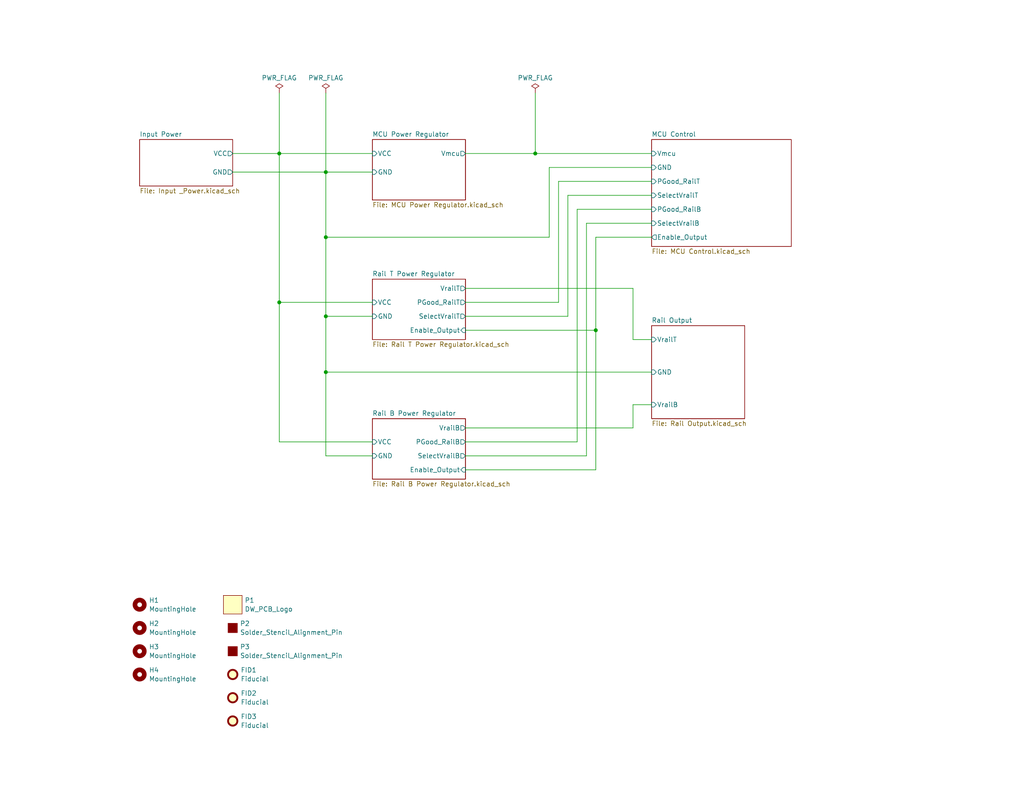
<source format=kicad_sch>
(kicad_sch (version 20230121) (generator eeschema)
  (paper "USLetter")
  (title_block (title "1016 Breadboard Power Supply") (date "2023-10-01") (rev "1") (company "Dan Wilson") (comment 1 "Copyright © 2023, Dan Wilson"))
  (lib_symbols
    (symbol "DW_Library:DW_PCB_Logo"
      (property "Reference" "P" (at 0 3.81 0))
      (property "Value" "DW_PCB_Logo" (at 0 -3.81 0))
      (symbol "DW_PCB_Logo_0_1"
        (rectangle (start -2.54 2.54) (end 2.54 -2.54) (stroke (width 0.1524)) (fill (type background)))
      )
    )
    (symbol "DW_Library:Solder_Stencil_Alignment_Pin"
      (property "Reference" "P" (at 0 3.81 0))
      (property "Value" "Solder_Stencil_Alignment_Pin" (at 0 -3.81 0))
      (symbol "Solder_Stencil_Alignment_Pin_0_1"
        (rectangle (start -1.27 1.27) (end 1.27 -1.27) (stroke (width 0.1524)) (fill (type outline)))
      )
    )
    (symbol "Mechanical:Fiducial"
      (property "Reference" "FID" (at 0 5.08 0))
      (property "Value" "Fiducial" (at 0 3.175 0))
      (symbol "Fiducial_0_1"
        (circle (center 0 0) (radius 1.27) (stroke (width 0.508)) (fill (type background)))
      )
    )
    (symbol "Mechanical:MountingHole" (pin_names (offset 1.016))
      (property "Reference" "H" (at 0 5.08 0))
      (property "Value" "MountingHole" (at 0 3.175 0))
      (symbol "MountingHole_0_1"
        (circle (center 0 0) (radius 1.27) (stroke (width 1.27)))
      )
    )
    (symbol "power:PWR_FLAG" (power) (pin_numbers hide) (pin_names (offset 0) hide)
      (property "Value" "PWR_FLAG" (at 0 3.81 0))
      (symbol "PWR_FLAG_0_0"
        (pin power_out line (at 0 0 90) (length 0) (name "pwr") (number "1"))
      )
      (symbol "PWR_FLAG_0_1"
        (polyline (pts (xy 0 0) (xy 0 1.27) (xy -1.016 1.905) (xy 0 2.54) (xy 1.016 1.905) (xy 0 1.27)))
      )
    )
  )
  (junction (at 76.2 82.55))
  (junction (at 88.9 64.77))
  (junction (at 146.05 41.91))
  (junction (at 162.56 90.17))
  (junction (at 76.2 41.91))
  (junction (at 88.9 101.6))
  (junction (at 88.9 46.99))
  (junction (at 88.9 86.36))
  (wire (pts (xy 127 120.65) (xy 157.48 120.65)))
  (wire (pts (xy 160.02 60.96) (xy 177.8 60.96)))
  (wire (pts (xy 152.4 82.55) (xy 152.4 49.53)))
  (wire (pts (xy 76.2 41.91) (xy 76.2 82.55)))
  (wire (pts (xy 88.9 86.36) (xy 88.9 101.6)))
  (wire (pts (xy 157.48 120.65) (xy 157.48 57.15)))
  (wire (pts (xy 76.2 25.4) (xy 76.2 41.91)))
  (wire (pts (xy 149.86 45.72) (xy 149.86 64.77)))
  (wire (pts (xy 127 78.74) (xy 172.72 78.74)))
  (wire (pts (xy 127 90.17) (xy 162.56 90.17)))
  (wire (pts (xy 127 82.55) (xy 152.4 82.55)))
  (wire (pts (xy 162.56 90.17) (xy 162.56 64.77)))
  (wire (pts (xy 152.4 49.53) (xy 177.8 49.53)))
  (wire (pts (xy 157.48 57.15) (xy 177.8 57.15)))
  (wire (pts (xy 88.9 124.46) (xy 101.6 124.46)))
  (wire (pts (xy 127 86.36) (xy 154.94 86.36)))
  (wire (pts (xy 63.5 41.91) (xy 76.2 41.91)))
  (wire (pts (xy 88.9 86.36) (xy 101.6 86.36)))
  (wire (pts (xy 154.94 53.34) (xy 177.8 53.34)))
  (wire (pts (xy 162.56 64.77) (xy 177.8 64.77)))
  (wire (pts (xy 76.2 82.55) (xy 76.2 120.65)))
  (wire (pts (xy 149.86 64.77) (xy 88.9 64.77)))
  (wire (pts (xy 127 116.84) (xy 172.72 116.84)))
  (wire (pts (xy 160.02 124.46) (xy 160.02 60.96)))
  (wire (pts (xy 88.9 101.6) (xy 88.9 124.46)))
  (wire (pts (xy 76.2 82.55) (xy 101.6 82.55)))
  (wire (pts (xy 146.05 25.4) (xy 146.05 41.91)))
  (wire (pts (xy 154.94 86.36) (xy 154.94 53.34)))
  (wire (pts (xy 146.05 41.91) (xy 177.8 41.91)))
  (wire (pts (xy 127 41.91) (xy 146.05 41.91)))
  (wire (pts (xy 88.9 46.99) (xy 101.6 46.99)))
  (wire (pts (xy 162.56 128.27) (xy 162.56 90.17)))
  (wire (pts (xy 88.9 25.4) (xy 88.9 46.99)))
  (wire (pts (xy 172.72 92.71) (xy 177.8 92.71)))
  (wire (pts (xy 172.72 110.49) (xy 177.8 110.49)))
  (wire (pts (xy 76.2 120.65) (xy 101.6 120.65)))
  (wire (pts (xy 88.9 101.6) (xy 177.8 101.6)))
  (wire (pts (xy 88.9 64.77) (xy 88.9 86.36)))
  (wire (pts (xy 127 124.46) (xy 160.02 124.46)))
  (wire (pts (xy 76.2 41.91) (xy 101.6 41.91)))
  (wire (pts (xy 172.72 78.74) (xy 172.72 92.71)))
  (wire (pts (xy 127 128.27) (xy 162.56 128.27)))
  (wire (pts (xy 88.9 46.99) (xy 88.9 64.77)))
  (wire (pts (xy 177.8 45.72) (xy 149.86 45.72)))
  (wire (pts (xy 172.72 116.84) (xy 172.72 110.49)))
  (wire (pts (xy 63.5 46.99) (xy 88.9 46.99)))
  (symbol (lib_id "Mechanical:Fiducial") (at 63.5 196.85 0) (unit 1) (in_bom no)
    (property "Reference" "FID3" (at 65.659 195.6379 0) (effects (justify left)))
    (property "Value" "Fiducial" (at 65.659 198.0621 0) (effects (justify left)))
    (property "Footprint" "Fiducial:Fiducial_1mm_Mask2mm" (effects hide))
  )
  (symbol (lib_id "Mechanical:MountingHole") (at 38.1 177.8 0) (unit 1) (in_bom no)
    (property "Reference" "H3" (at 40.64 176.5879 0) (effects (justify left)))
    (property "Value" "MountingHole" (at 40.64 179.0121 0) (effects (justify left)))
    (property "Footprint" "MountingHole:MountingHole_2.1mm" (effects hide))
  )
  (symbol (lib_id "Mechanical:Fiducial") (at 63.5 190.5 0) (unit 1) (in_bom no)
    (property "Reference" "FID2" (at 65.659 189.2879 0) (effects (justify left)))
    (property "Value" "Fiducial" (at 65.659 191.7121 0) (effects (justify left)))
    (property "Footprint" "Fiducial:Fiducial_1mm_Mask2mm" (effects hide))
  )
  (symbol (lib_id "power:PWR_FLAG") (at 88.9 25.4 0) (unit 1)
    (property "Reference" "#FLG02" (effects hide))
    (property "Value" "PWR_FLAG" (at 88.9 21.2669 0))
  )
  (symbol (lib_id "power:PWR_FLAG") (at 146.05 25.4 0) (unit 1)
    (property "Reference" "#FLG03" (effects hide))
    (property "Value" "PWR_FLAG" (at 146.05 21.2669 0))
  )
  (symbol (lib_id "power:PWR_FLAG") (at 76.2 25.4 0) (unit 1)
    (property "Reference" "#FLG01" (effects hide))
    (property "Value" "PWR_FLAG" (at 76.2 21.2669 0))
  )
  (symbol (lib_id "DW_Library:DW_PCB_Logo") (at 63.5 165.1 0) (unit 1) (in_bom no)
    (property "Reference" "P1" (at 66.7512 163.8879 0) (effects (justify left)))
    (property "Value" "DW_PCB_Logo" (at 66.7512 166.3121 0) (effects (justify left)))
    (property "Footprint" "DW_Footprint:DW_PCB_Logo" (effects hide))
  )
  (symbol (lib_id "Mechanical:MountingHole") (at 38.1 171.45 0) (unit 1) (in_bom no)
    (property "Reference" "H2" (at 40.64 170.2379 0) (effects (justify left)))
    (property "Value" "MountingHole" (at 40.64 172.6621 0) (effects (justify left)))
    (property "Footprint" "MountingHole:MountingHole_2.1mm" (effects hide))
  )
  (symbol (lib_id "Mechanical:Fiducial") (at 63.5 184.15 0) (unit 1) (in_bom no)
    (property "Reference" "FID1" (at 65.659 182.9379 0) (effects (justify left)))
    (property "Value" "Fiducial" (at 65.659 185.3621 0) (effects (justify left)))
    (property "Footprint" "Fiducial:Fiducial_1mm_Mask2mm" (effects hide))
  )
  (symbol (lib_id "DW_Library:Solder_Stencil_Alignment_Pin") (at 63.5 177.8 0) (unit 1) (in_bom no)
    (property "Reference" "P3" (at 65.4812 176.5879 0) (effects (justify left)))
    (property "Value" "Solder_Stencil_Alignment_Pin" (at 65.4812 179.0121 0) (effects (justify left)))
    (property "Footprint" "DW_Footprint:Solder_Stencil_Alignment_Pin" (effects hide))
  )
  (symbol (lib_id "Mechanical:MountingHole") (at 38.1 165.1 0) (unit 1) (in_bom no)
    (property "Reference" "H1" (at 40.64 163.8879 0) (effects (justify left)))
    (property "Value" "MountingHole" (at 40.64 166.3121 0) (effects (justify left)))
    (property "Footprint" "MountingHole:MountingHole_2.1mm" (effects hide))
  )
  (symbol (lib_id "DW_Library:Solder_Stencil_Alignment_Pin") (at 63.5 171.45 0) (unit 1) (in_bom no)
    (property "Reference" "P2" (at 65.4812 170.2379 0) (effects (justify left)))
    (property "Value" "Solder_Stencil_Alignment_Pin" (at 65.4812 172.6621 0) (effects (justify left)))
    (property "Footprint" "DW_Footprint:Solder_Stencil_Alignment_Pin" (effects hide))
  )
  (symbol (lib_id "Mechanical:MountingHole") (at 38.1 184.15 0) (unit 1) (in_bom no)
    (property "Reference" "H4" (at 40.64 182.9379 0) (effects (justify left)))
    (property "Value" "MountingHole" (at 40.64 185.3621 0) (effects (justify left)))
    (property "Footprint" "MountingHole:MountingHole_2.1mm" (effects hide))
  )
  (sheet (at 177.8 88.9) (size 25.4 25.4) (stroke (width 0.1524))
    (property "Sheetname" "Rail Output" (at 177.8 88.1884 0) (effects (justify left bottom)))
    (property "Sheetfile" "Rail Output.kicad_sch" (at 177.8 114.8846 0) (effects (justify left top)))
    (pin "VrailT" input (at 177.8 92.71 180))
    (pin "GND" input (at 177.8 101.6 180))
    (pin "VrailB" input (at 177.8 110.49 180))
  )
  (sheet (at 101.6 76.2) (size 25.4 16.51) (stroke (width 0.1524))
    (property "Sheetname" "Rail T Power Regulator" (at 101.6 75.4884 0) (effects (justify left bottom)))
    (property "Sheetfile" "Rail T Power Regulator.kicad_sch" (at 101.6 93.2946 0) (effects (justify left top)))
    (pin "PGood_RailT" output (at 127 82.55 0))
    (pin "VrailT" output (at 127 78.74 0))
    (pin "VCC" input (at 101.6 82.55 180))
    (pin "GND" input (at 101.6 86.36 180))
    (pin "Enable_Output" input (at 127 90.17 0))
    (pin "SelectVrailT" output (at 127 86.36 0))
  )
  (sheet (at 101.6 38.1) (size 25.4 16.51) (stroke (width 0.1524))
    (property "Sheetname" "MCU Power Regulator" (at 101.6 37.3884 0) (effects (justify left bottom)))
    (property "Sheetfile" "MCU Power Regulator.kicad_sch" (at 101.6 55.1946 0) (effects (justify left top)))
    (pin "VCC" input (at 101.6 41.91 180))
    (pin "GND" input (at 101.6 46.99 180))
    (pin "Vmcu" output (at 127 41.91 0))
  )
  (sheet (at 177.8 38.1) (size 38.1 29.21) (stroke (width 0.1524))
    (property "Sheetname" "MCU Control" (at 177.8 37.3884 0) (effects (justify left bottom)))
    (property "Sheetfile" "MCU Control.kicad_sch" (at 177.8 67.8946 0) (effects (justify left top)))
    (pin "Vmcu" input (at 177.8 41.91 180))
    (pin "GND" input (at 177.8 45.72 180))
    (pin "PGood_RailB" input (at 177.8 57.15 180))
    (pin "Enable_Output" output (at 177.8 64.77 180))
    (pin "PGood_RailT" input (at 177.8 49.53 180))
    (pin "SelectVrailT" input (at 177.8 53.34 180))
    (pin "SelectVrailB" input (at 177.8 60.96 180))
  )
  (sheet (at 38.1 38.1) (size 25.4 12.7) (stroke (width 0.1524))
    (property "Sheetname" "Input Power" (at 38.1 37.3884 0) (effects (justify left bottom)))
    (property "Sheetfile" "Input _Power.kicad_sch" (at 38.1 51.3846 0) (effects (justify left top)))
    (pin "VCC" output (at 63.5 41.91 0))
    (pin "GND" output (at 63.5 46.99 0))
  )
  (sheet (at 101.6 114.3) (size 25.4 16.51) (stroke (width 0.1524))
    (property "Sheetname" "Rail B Power Regulator" (at 101.6 113.5884 0) (effects (justify left bottom)))
    (property "Sheetfile" "Rail B Power Regulator.kicad_sch" (at 101.6 131.3946 0) (effects (justify left top)))
    (pin "GND" input (at 101.6 124.46 180))
    (pin "VCC" input (at 101.6 120.65 180))
    (pin "PGood_RailB" output (at 127 120.65 0))
    (pin "VrailB" output (at 127 116.84 0))
    (pin "Enable_Output" input (at 127 128.27 0))
    (pin "SelectVrailB" output (at 127 124.46 0))
  )
)
</source>
